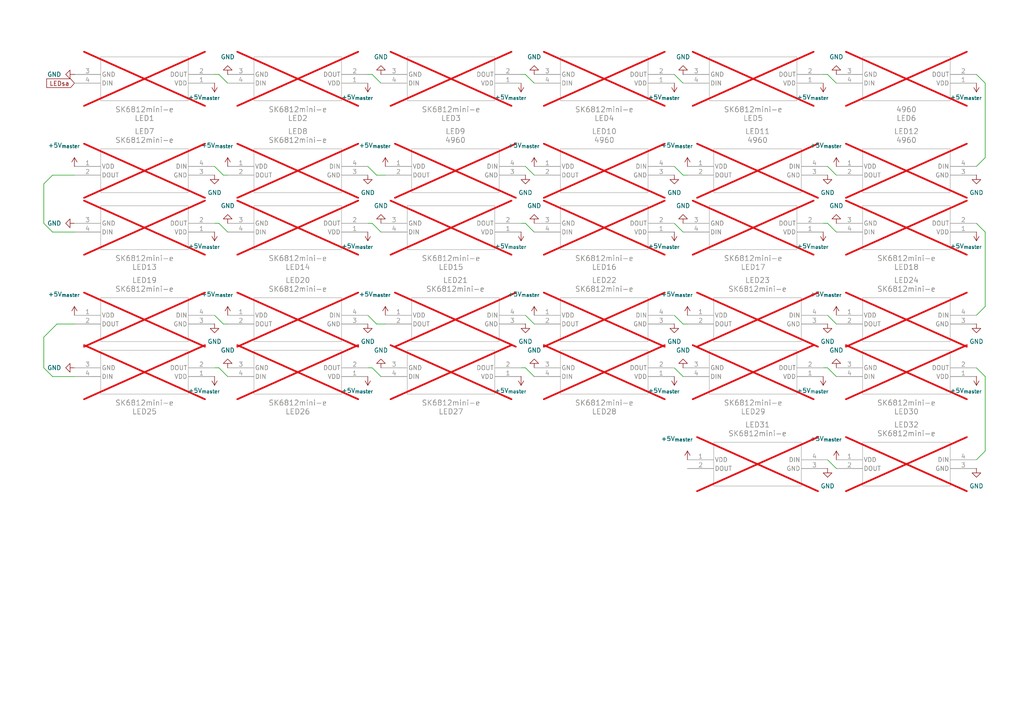
<source format=kicad_sch>
(kicad_sch (version 20250114) (generator "eeschema") (generator_version "9.0")
  (paper "A4")
  (lib_symbols
    (symbol "leds:4960" (pin_names (offset 0.254))
      (property "Reference" "LED" (at 20.32 10.16 0))
      (property "Value" "4960" (at 20.32 7.62 0))
      (symbol "4960_0_1"
        (polyline (pts (xy 7.62 5.08) (xy 7.62 -7.62)) (stroke (width 0.127)))
        (polyline (pts (xy 7.62 -7.62) (xy 33.02 -7.62)) (stroke (width 0.127)))
        (polyline (pts (xy 33.02 5.08) (xy 7.62 5.08)) (stroke (width 0.127)))
        (polyline (pts (xy 33.02 -7.62) (xy 33.02 5.08)) (stroke (width 0.127)))
        (pin power_in line (at 0 0 0) (length 7.62) (name "VDD") (number "1"))
        (pin output line (at 0 -2.54 0) (length 7.62) (name "DOUT") (number "2"))
        (pin input line (at 40.64 0 180) (length 7.62) (name "DIN") (number "4"))
        (pin power_out line (at 40.64 -2.54 180) (length 7.62) (name "GND") (number "3"))
      )
    )
    (symbol "power:+5V" (power) (pin_numbers (hide yes)) (pin_names (offset 0) (hide yes))
      (property "Value" "+5V" (at 0 3.556 0))
      (symbol "+5V_0_1"
        (polyline (pts (xy -0.762 1.27) (xy 0 2.54)))
        (polyline (pts (xy 0 2.54) (xy 0.762 1.27)))
        (polyline (pts (xy 0 0) (xy 0 2.54)))
      )
      (symbol "+5V_1_1"
        (pin power_in line (at 0 0 90) (length 0) (name "~") (number "1"))
      )
    )
    (symbol "power:GND" (power) (pin_numbers (hide yes)) (pin_names (offset 0) (hide yes))
      (property "Value" "GND" (at 0 -3.81 0))
      (symbol "GND_0_1"
        (polyline (pts (xy 0 0) (xy 0 -1.27) (xy 1.27 -1.27) (xy 0 -2.54) (xy -1.27 -1.27) (xy 0 -1.27)))
      )
      (symbol "GND_1_1"
        (pin power_in line (at 0 0 270) (length 0) (name "~") (number "1"))
      )
    )
  )
  (wire (pts (xy 15.24 50.8) (xy 12.7 53.34)))
  (wire (pts (xy 66.04 50.8) (xy 64.77 50.8)))
  (wire (pts (xy 195.58 64.77) (xy 198.12 67.31)))
  (wire (pts (xy 12.7 53.34) (xy 12.7 64.77)))
  (wire (pts (xy 63.5 64.77) (xy 66.04 67.31)))
  (wire (pts (xy 285.75 130.81) (xy 283.21 133.35)))
  (wire (pts (xy 12.7 106.68) (xy 15.24 109.22)))
  (wire (pts (xy 240.03 64.77) (xy 242.57 67.31)))
  (wire (pts (xy 285.75 109.22) (xy 285.75 130.81)))
  (wire (pts (xy 151.13 21.59) (xy 152.4 21.59)))
  (wire (pts (xy 238.76 64.77) (xy 240.03 64.77)))
  (wire (pts (xy 285.75 88.9) (xy 283.21 91.44)))
  (wire (pts (xy 152.4 64.77) (xy 154.94 67.31)))
  (wire (pts (xy 106.68 48.26) (xy 109.22 50.8)))
  (wire (pts (xy 242.57 50.8) (xy 240.03 48.26)))
  (wire (pts (xy 151.13 106.68) (xy 152.4 106.68)))
  (wire (pts (xy 64.77 50.8) (xy 62.23 48.26)))
  (wire (pts (xy 152.4 21.59) (xy 154.94 24.13)))
  (wire (pts (xy 66.04 93.98) (xy 64.77 93.98)))
  (wire (pts (xy 240.03 21.59) (xy 242.57 24.13)))
  (wire (pts (xy 285.75 24.13) (xy 285.75 45.72)))
  (wire (pts (xy 107.95 64.77) (xy 110.49 67.31)))
  (wire (pts (xy 62.23 106.68) (xy 63.5 106.68)))
  (wire (pts (xy 62.23 64.77) (xy 63.5 64.77)))
  (wire (pts (xy 106.68 91.44) (xy 109.22 93.98)))
  (wire (pts (xy 62.23 21.59) (xy 63.5 21.59)))
  (wire (pts (xy 242.57 135.89) (xy 240.03 133.35)))
  (wire (pts (xy 151.13 64.77) (xy 152.4 64.77)))
  (wire (pts (xy 154.94 93.98) (xy 152.4 91.44)))
  (wire (pts (xy 106.68 21.59) (xy 107.95 21.59)))
  (wire (pts (xy 21.59 93.98) (xy 16.51 93.98)))
  (wire (pts (xy 238.76 106.68) (xy 240.03 106.68)))
  (wire (pts (xy 21.59 50.8) (xy 15.24 50.8)))
  (wire (pts (xy 15.24 109.22) (xy 21.59 109.22)))
  (wire (pts (xy 152.4 106.68) (xy 154.94 109.22)))
  (wire (pts (xy 12.7 97.79) (xy 12.7 106.68)))
  (wire (pts (xy 63.5 21.59) (xy 66.04 24.13)))
  (wire (pts (xy 238.76 21.59) (xy 240.03 21.59)))
  (wire (pts (xy 198.12 93.98) (xy 195.58 91.44)))
  (wire (pts (xy 63.5 106.68) (xy 66.04 109.22)))
  (wire (pts (xy 283.21 21.59) (xy 285.75 24.13)))
  (wire (pts (xy 106.68 64.77) (xy 107.95 64.77)))
  (wire (pts (xy 195.58 106.68) (xy 198.12 109.22)))
  (wire (pts (xy 107.95 106.68) (xy 110.49 109.22)))
  (wire (pts (xy 240.03 106.68) (xy 242.57 109.22)))
  (wire (pts (xy 16.51 93.98) (xy 12.7 97.79)))
  (wire (pts (xy 15.24 67.31) (xy 21.59 67.31)))
  (wire (pts (xy 111.76 50.8) (xy 109.22 50.8)))
  (wire (pts (xy 285.75 67.31) (xy 285.75 88.9)))
  (wire (pts (xy 283.21 64.77) (xy 285.75 67.31)))
  (wire (pts (xy 199.39 50.8) (xy 198.12 50.8)))
  (wire (pts (xy 107.95 21.59) (xy 110.49 24.13)))
  (wire (pts (xy 199.39 93.98) (xy 198.12 93.98)))
  (wire (pts (xy 242.57 93.98) (xy 240.03 91.44)))
  (wire (pts (xy 283.21 106.68) (xy 285.75 109.22)))
  (wire (pts (xy 195.58 21.59) (xy 198.12 24.13)))
  (wire (pts (xy 154.94 50.8) (xy 152.4 48.26)))
  (wire (pts (xy 106.68 106.68) (xy 107.95 106.68)))
  (wire (pts (xy 64.77 93.98) (xy 62.23 91.44)))
  (wire (pts (xy 285.75 45.72) (xy 283.21 48.26)))
  (wire (pts (xy 12.7 64.77) (xy 15.24 67.31)))
  (wire (pts (xy 111.76 93.98) (xy 109.22 93.98)))
  (wire (pts (xy 198.12 50.8) (xy 195.58 48.26)))
  (global_label "LEDsa" (shape input) (at 21.59 24.13 180) (property "Intersheetrefs" "${INTERSHEET_REFS}" (effects (hide yes))))
  (symbol (lib_id "power:GND") (at 110.49 64.77 180) (unit 1)
    (property "Reference" "#PWR094" (effects (hide yes)))
    (property "Value" "GND" (at 110.49 59.69 0))
    (property "Description" "Power symbol creates a global label with name \"GND\" , ground" (effects (hide yes)))
  )
  (symbol (lib_id "leds:4960") (at 106.68 24.13 180) (unit 1) (dnp yes)
    (property "Reference" "LED2" (at 86.36 34.29 0) (effects (font (size 1.524 1.524))))
    (property "Value" "SK6812mini-e" (at 86.36 31.75 0) (effects (font (size 1.524 1.524))))
    (property "Footprint" "easyeda2kicad:LED-SMD_L3.2-W2.8-LS5.9_SK6812MINI-E" (effects (hide yes)))
    (property "Datasheet" "4960" (effects (hide yes)))
  )
  (symbol (lib_id "leds:4960") (at 199.39 48.26 0) (unit 1) (dnp yes)
    (property "Reference" "LED11" (at 219.71 38.1 0) (effects (font (size 1.524 1.524))))
    (property "Value" "4960" (at 219.71 40.64 0) (effects (font (size 1.524 1.524))))
    (property "Footprint" "easyeda2kicad:LED-SMD_L3.2-W2.8-LS5.9_SK6812MINI-E" (effects (hide yes)))
    (property "Datasheet" "4960" (effects (hide yes)))
  )
  (symbol (lib_id "power:GND") (at 110.49 21.59 180) (unit 1)
    (property "Reference" "#PWR070" (effects (hide yes)))
    (property "Value" "GND" (at 110.49 16.51 0))
    (property "Description" "Power symbol creates a global label with name \"GND\" , ground" (effects (hide yes)))
  )
  (symbol (lib_id "leds:4960") (at 195.58 24.13 180) (unit 1) (dnp yes)
    (property "Reference" "LED4" (at 175.26 34.29 0) (effects (font (size 1.524 1.524))))
    (property "Value" "SK6812mini-e" (at 175.26 31.75 0) (effects (font (size 1.524 1.524))))
    (property "Footprint" "easyeda2kicad:LED-SMD_L3.2-W2.8-LS5.9_SK6812MINI-E" (effects (hide yes)))
    (property "Datasheet" "4960" (effects (hide yes)))
  )
  (symbol (lib_id "leds:4960") (at 154.94 91.44 0) (unit 1) (dnp yes)
    (property "Reference" "LED22" (at 175.26 81.28 0) (effects (font (size 1.524 1.524))))
    (property "Value" "SK6812mini-e" (at 175.26 83.82 0) (effects (font (size 1.524 1.524))))
    (property "Footprint" "easyeda2kicad:LED-SMD_L3.2-W2.8-LS5.9_SK6812MINI-E" (effects (hide yes)))
    (property "Datasheet" "4960" (effects (hide yes)))
  )
  (symbol (lib_id "power:GND") (at 195.58 93.98 0) (unit 1)
    (property "Reference" "#PWR0113" (effects (hide yes)))
    (property "Value" "GND" (at 195.58 99.06 0))
    (property "Description" "Power symbol creates a global label with name \"GND\" , ground" (effects (hide yes)))
  )
  (symbol (lib_id "power:+5V") (at 111.76 91.44 0) (unit 1)
    (property "Reference" "#PWR0106" (effects (hide yes)))
    (property "Value" "+5V_{master}" (at 108.712 85.344 0))
    (property "Description" "Power symbol creates a global label with name \"+5V\"" (effects (hide yes)))
  )
  (symbol (lib_id "power:GND") (at 283.21 93.98 0) (unit 1)
    (property "Reference" "#PWR0115" (effects (hide yes)))
    (property "Value" "GND" (at 283.21 99.06 0))
    (property "Description" "Power symbol creates a global label with name \"GND\" , ground" (effects (hide yes)))
  )
  (symbol (lib_id "leds:4960") (at 62.23 67.31 180) (unit 1) (dnp yes)
    (property "Reference" "LED13" (at 41.91 77.47 0) (effects (font (size 1.524 1.524))))
    (property "Value" "SK6812mini-e" (at 41.91 74.93 0) (effects (font (size 1.524 1.524))))
    (property "Footprint" "easyeda2kicad:LED-SMD_L3.2-W2.8-LS5.9_SK6812MINI-E" (effects (hide yes)))
    (property "Datasheet" "4960" (effects (hide yes)))
  )
  (symbol (lib_id "leds:4960") (at 106.68 67.31 180) (unit 1) (dnp yes)
    (property "Reference" "LED14" (at 86.36 77.47 0) (effects (font (size 1.524 1.524))))
    (property "Value" "SK6812mini-e" (at 86.36 74.93 0) (effects (font (size 1.524 1.524))))
    (property "Footprint" "easyeda2kicad:LED-SMD_L3.2-W2.8-LS5.9_SK6812MINI-E" (effects (hide yes)))
    (property "Datasheet" "4960" (effects (hide yes)))
  )
  (symbol (lib_id "power:GND") (at 152.4 93.98 0) (unit 1)
    (property "Reference" "#PWR0112" (effects (hide yes)))
    (property "Value" "GND" (at 152.4 99.06 0))
    (property "Description" "Power symbol creates a global label with name \"GND\" , ground" (effects (hide yes)))
  )
  (symbol (lib_id "power:GND") (at 283.21 50.8 0) (unit 1)
    (property "Reference" "#PWR091" (effects (hide yes)))
    (property "Value" "GND" (at 283.21 55.88 0))
    (property "Description" "Power symbol creates a global label with name \"GND\" , ground" (effects (hide yes)))
  )
  (symbol (lib_id "power:GND") (at 106.68 93.98 0) (unit 1)
    (property "Reference" "#PWR0111" (effects (hide yes)))
    (property "Value" "GND" (at 106.68 99.06 0))
    (property "Description" "Power symbol creates a global label with name \"GND\" , ground" (effects (hide yes)))
  )
  (symbol (lib_id "leds:4960") (at 238.76 109.22 180) (unit 1) (dnp yes)
    (property "Reference" "LED29" (at 218.44 119.38 0) (effects (font (size 1.524 1.524))))
    (property "Value" "SK6812mini-e" (at 218.44 116.84 0) (effects (font (size 1.524 1.524))))
    (property "Footprint" "easyeda2kicad:LED-SMD_L3.2-W2.8-LS5.9_SK6812MINI-E" (effects (hide yes)))
    (property "Datasheet" "4960" (effects (hide yes)))
  )
  (symbol (lib_id "leds:4960") (at 106.68 109.22 180) (unit 1) (dnp yes)
    (property "Reference" "LED26" (at 86.36 119.38 0) (effects (font (size 1.524 1.524))))
    (property "Value" "SK6812mini-e" (at 86.36 116.84 0) (effects (font (size 1.524 1.524))))
    (property "Footprint" "easyeda2kicad:LED-SMD_L3.2-W2.8-LS5.9_SK6812MINI-E" (effects (hide yes)))
    (property "Datasheet" "4960" (effects (hide yes)))
  )
  (symbol (lib_id "power:GND") (at 240.03 50.8 0) (unit 1)
    (property "Reference" "#PWR090" (effects (hide yes)))
    (property "Value" "GND" (at 240.03 55.88 0))
    (property "Description" "Power symbol creates a global label with name \"GND\" , ground" (effects (hide yes)))
  )
  (symbol (lib_id "power:GND") (at 195.58 50.8 0) (unit 1)
    (property "Reference" "#PWR089" (effects (hide yes)))
    (property "Value" "GND" (at 195.58 55.88 0))
    (property "Description" "Power symbol creates a global label with name \"GND\" , ground" (effects (hide yes)))
  )
  (symbol (lib_id "power:+5V") (at 151.13 24.13 180) (unit 1)
    (property "Reference" "#PWR076" (effects (hide yes)))
    (property "Value" "+5V_{master}" (at 148.082 28.194 0))
    (property "Description" "Power symbol creates a global label with name \"+5V\"" (effects (hide yes)))
  )
  (symbol (lib_id "power:GND") (at 242.57 21.59 180) (unit 1)
    (property "Reference" "#PWR073" (effects (hide yes)))
    (property "Value" "GND" (at 242.57 16.51 0))
    (property "Description" "Power symbol creates a global label with name \"GND\" , ground" (effects (hide yes)))
  )
  (symbol (lib_id "power:GND") (at 240.03 93.98 0) (unit 1)
    (property "Reference" "#PWR0114" (effects (hide yes)))
    (property "Value" "GND" (at 240.03 99.06 0))
    (property "Description" "Power symbol creates a global label with name \"GND\" , ground" (effects (hide yes)))
  )
  (symbol (lib_id "power:+5V") (at 195.58 109.22 180) (unit 1)
    (property "Reference" "#PWR0125" (effects (hide yes)))
    (property "Value" "+5V_{master}" (at 192.532 113.284 0))
    (property "Description" "Power symbol creates a global label with name \"+5V\"" (effects (hide yes)))
  )
  (symbol (lib_id "leds:4960") (at 283.21 109.22 180) (unit 1) (dnp yes)
    (property "Reference" "LED30" (at 262.89 119.38 0) (effects (font (size 1.524 1.524))))
    (property "Value" "SK6812mini-e" (at 262.89 116.84 0) (effects (font (size 1.524 1.524))))
    (property "Footprint" "easyeda2kicad:LED-SMD_L3.2-W2.8-LS5.9_SK6812MINI-E" (effects (hide yes)))
    (property "Datasheet" "4960" (effects (hide yes)))
  )
  (symbol (lib_id "power:GND") (at 152.4 50.8 0) (unit 1)
    (property "Reference" "#PWR088" (effects (hide yes)))
    (property "Value" "GND" (at 152.4 55.88 0))
    (property "Description" "Power symbol creates a global label with name \"GND\" , ground" (effects (hide yes)))
  )
  (symbol (lib_id "leds:4960") (at 154.94 48.26 0) (unit 1) (dnp yes)
    (property "Reference" "LED10" (at 175.26 38.1 0) (effects (font (size 1.524 1.524))))
    (property "Value" "4960" (at 175.26 40.64 0) (effects (font (size 1.524 1.524))))
    (property "Footprint" "easyeda2kicad:LED-SMD_L3.2-W2.8-LS5.9_SK6812MINI-E" (effects (hide yes)))
    (property "Datasheet" "4960" (effects (hide yes)))
  )
  (symbol (lib_id "leds:4960") (at 66.04 48.26 0) (unit 1) (dnp yes)
    (property "Reference" "LED8" (at 86.36 38.1 0) (effects (font (size 1.524 1.524))))
    (property "Value" "SK6812mini-e" (at 86.36 40.64 0) (effects (font (size 1.524 1.524))))
    (property "Footprint" "easyeda2kicad:LED-SMD_L3.2-W2.8-LS5.9_SK6812MINI-E" (effects (hide yes)))
    (property "Datasheet" "4960" (effects (hide yes)))
  )
  (symbol (lib_id "power:GND") (at 62.23 50.8 0) (unit 1)
    (property "Reference" "#PWR086" (effects (hide yes)))
    (property "Value" "GND" (at 62.23 55.88 0))
    (property "Description" "Power symbol creates a global label with name \"GND\" , ground" (effects (hide yes)))
  )
  (symbol (lib_id "power:+5V") (at 283.21 24.13 180) (unit 1)
    (property "Reference" "#PWR079" (effects (hide yes)))
    (property "Value" "+5V_{master}" (at 280.162 28.194 0))
    (property "Description" "Power symbol creates a global label with name \"+5V\"" (effects (hide yes)))
  )
  (symbol (lib_id "leds:4960") (at 242.57 48.26 0) (unit 1) (dnp yes)
    (property "Reference" "LED12" (at 262.89 38.1 0) (effects (font (size 1.524 1.524))))
    (property "Value" "4960" (at 262.89 40.64 0) (effects (font (size 1.524 1.524))))
    (property "Footprint" "easyeda2kicad:LED-SMD_L3.2-W2.8-LS5.9_SK6812MINI-E" (effects (hide yes)))
    (property "Datasheet" "4960" (effects (hide yes)))
  )
  (symbol (lib_id "leds:4960") (at 199.39 91.44 0) (unit 1) (dnp yes)
    (property "Reference" "LED23" (at 219.71 81.28 0) (effects (font (size 1.524 1.524))))
    (property "Value" "SK6812mini-e" (at 219.71 83.82 0) (effects (font (size 1.524 1.524))))
    (property "Footprint" "easyeda2kicad:LED-SMD_L3.2-W2.8-LS5.9_SK6812MINI-E" (effects (hide yes)))
    (property "Datasheet" "4960" (effects (hide yes)))
  )
  (symbol (lib_id "power:GND") (at 198.12 21.59 180) (unit 1)
    (property "Reference" "#PWR072" (effects (hide yes)))
    (property "Value" "GND" (at 198.12 16.51 0))
    (property "Description" "Power symbol creates a global label with name \"GND\" , ground" (effects (hide yes)))
  )
  (symbol (lib_id "leds:4960") (at 151.13 109.22 180) (unit 1) (dnp yes)
    (property "Reference" "LED27" (at 130.81 119.38 0) (effects (font (size 1.524 1.524))))
    (property "Value" "SK6812mini-e" (at 130.81 116.84 0) (effects (font (size 1.524 1.524))))
    (property "Footprint" "easyeda2kicad:LED-SMD_L3.2-W2.8-LS5.9_SK6812MINI-E" (effects (hide yes)))
    (property "Datasheet" "4960" (effects (hide yes)))
  )
  (symbol (lib_id "power:GND") (at 242.57 106.68 180) (unit 1)
    (property "Reference" "#PWR0121" (effects (hide yes)))
    (property "Value" "GND" (at 242.57 101.6 0))
    (property "Description" "Power symbol creates a global label with name \"GND\" , ground" (effects (hide yes)))
  )
  (symbol (lib_id "power:+5V") (at 111.76 48.26 0) (unit 1)
    (property "Reference" "#PWR082" (effects (hide yes)))
    (property "Value" "+5V_{master}" (at 108.712 42.164 0))
    (property "Description" "Power symbol creates a global label with name \"+5V\"" (effects (hide yes)))
  )
  (symbol (lib_id "power:+5V") (at 283.21 67.31 180) (unit 1)
    (property "Reference" "#PWR0103" (effects (hide yes)))
    (property "Value" "+5V_{master}" (at 280.162 71.374 0))
    (property "Description" "Power symbol creates a global label with name \"+5V\"" (effects (hide yes)))
  )
  (symbol (lib_id "power:GND") (at 21.59 21.59 270) (unit 1)
    (property "Reference" "#PWR068" (effects (hide yes)))
    (property "Value" "GND" (at 17.78 21.5901 90) (effects (justify right)))
    (property "Description" "Power symbol creates a global label with name \"GND\" , ground" (effects (hide yes)))
  )
  (symbol (lib_id "power:+5V") (at 106.68 24.13 180) (unit 1)
    (property "Reference" "#PWR075" (effects (hide yes)))
    (property "Value" "+5V_{master}" (at 103.632 28.194 0))
    (property "Description" "Power symbol creates a global label with name \"+5V\"" (effects (hide yes)))
  )
  (symbol (lib_id "power:+5V") (at 199.39 133.35 0) (unit 1)
    (property "Reference" "#PWR0128" (effects (hide yes)))
    (property "Value" "+5V_{master}" (at 196.342 127.254 0))
    (property "Description" "Power symbol creates a global label with name \"+5V\"" (effects (hide yes)))
  )
  (symbol (lib_id "power:+5V") (at 199.39 48.26 0) (unit 1)
    (property "Reference" "#PWR084" (effects (hide yes)))
    (property "Value" "+5V_{master}" (at 196.342 42.164 0))
    (property "Description" "Power symbol creates a global label with name \"+5V\"" (effects (hide yes)))
  )
  (symbol (lib_id "power:GND") (at 66.04 64.77 180) (unit 1)
    (property "Reference" "#PWR093" (effects (hide yes)))
    (property "Value" "GND" (at 66.04 59.69 0))
    (property "Description" "Power symbol creates a global label with name \"GND\" , ground" (effects (hide yes)))
  )
  (symbol (lib_id "power:+5V") (at 66.04 91.44 0) (unit 1)
    (property "Reference" "#PWR0105" (effects (hide yes)))
    (property "Value" "+5V_{master}" (at 62.992 85.344 0))
    (property "Description" "Power symbol creates a global label with name \"+5V\"" (effects (hide yes)))
  )
  (symbol (lib_id "leds:4960") (at 111.76 48.26 0) (unit 1) (dnp yes)
    (property "Reference" "LED9" (at 132.08 38.1 0) (effects (font (size 1.524 1.524))))
    (property "Value" "4960" (at 132.08 40.64 0) (effects (font (size 1.524 1.524))))
    (property "Footprint" "easyeda2kicad:LED-SMD_L3.2-W2.8-LS5.9_SK6812MINI-E" (effects (hide yes)))
    (property "Datasheet" "4960" (effects (hide yes)))
  )
  (symbol (lib_id "leds:4960") (at 21.59 91.44 0) (unit 1) (dnp yes)
    (property "Reference" "LED19" (at 41.91 81.28 0) (effects (font (size 1.524 1.524))))
    (property "Value" "SK6812mini-e" (at 41.91 83.82 0) (effects (font (size 1.524 1.524))))
    (property "Footprint" "easyeda2kicad:LED-SMD_L3.2-W2.8-LS5.9_SK6812MINI-E" (effects (hide yes)))
    (property "Datasheet" "4960" (effects (hide yes)))
  )
  (symbol (lib_id "power:GND") (at 154.94 64.77 180) (unit 1)
    (property "Reference" "#PWR095" (effects (hide yes)))
    (property "Value" "GND" (at 154.94 59.69 0))
    (property "Description" "Power symbol creates a global label with name \"GND\" , ground" (effects (hide yes)))
  )
  (symbol (lib_id "leds:4960") (at 283.21 24.13 180) (unit 1) (dnp yes)
    (property "Reference" "LED6" (at 262.89 34.29 0) (effects (font (size 1.524 1.524))))
    (property "Value" "4960" (at 262.89 31.75 0) (effects (font (size 1.524 1.524))))
    (property "Footprint" "easyeda2kicad:LED-SMD_L3.2-W2.8-LS5.9_SK6812MINI-E" (effects (hide yes)))
    (property "Datasheet" "4960" (effects (hide yes)))
  )
  (symbol (lib_id "leds:4960") (at 238.76 24.13 180) (unit 1) (dnp yes)
    (property "Reference" "LED5" (at 218.44 34.29 0) (effects (font (size 1.524 1.524))))
    (property "Value" "SK6812mini-e" (at 218.44 31.75 0) (effects (font (size 1.524 1.524))))
    (property "Footprint" "easyeda2kicad:LED-SMD_L3.2-W2.8-LS5.9_SK6812MINI-E" (effects (hide yes)))
    (property "Datasheet" "4960" (effects (hide yes)))
  )
  (symbol (lib_id "power:GND") (at 21.59 106.68 270) (unit 1)
    (property "Reference" "#PWR0116" (effects (hide yes)))
    (property "Value" "GND" (at 17.78 106.6801 90) (effects (justify right)))
    (property "Description" "Power symbol creates a global label with name \"GND\" , ground" (effects (hide yes)))
  )
  (symbol (lib_id "power:GND") (at 66.04 106.68 180) (unit 1)
    (property "Reference" "#PWR0117" (effects (hide yes)))
    (property "Value" "GND" (at 66.04 101.6 0))
    (property "Description" "Power symbol creates a global label with name \"GND\" , ground" (effects (hide yes)))
  )
  (symbol (lib_id "power:+5V") (at 106.68 67.31 180) (unit 1)
    (property "Reference" "#PWR099" (effects (hide yes)))
    (property "Value" "+5V_{master}" (at 103.632 71.374 0))
    (property "Description" "Power symbol creates a global label with name \"+5V\"" (effects (hide yes)))
  )
  (symbol (lib_id "leds:4960") (at 151.13 24.13 180) (unit 1) (dnp yes)
    (property "Reference" "LED3" (at 130.81 34.29 0) (effects (font (size 1.524 1.524))))
    (property "Value" "SK6812mini-e" (at 130.81 31.75 0) (effects (font (size 1.524 1.524))))
    (property "Footprint" "easyeda2kicad:LED-SMD_L3.2-W2.8-LS5.9_SK6812MINI-E" (effects (hide yes)))
    (property "Datasheet" "4960" (effects (hide yes)))
  )
  (symbol (lib_id "power:+5V") (at 21.59 48.26 0) (unit 1)
    (property "Reference" "#PWR080" (effects (hide yes)))
    (property "Value" "+5V_{master}" (at 18.542 42.164 0))
    (property "Description" "Power symbol creates a global label with name \"+5V\"" (effects (hide yes)))
  )
  (symbol (lib_id "power:GND") (at 198.12 64.77 180) (unit 1)
    (property "Reference" "#PWR096" (effects (hide yes)))
    (property "Value" "GND" (at 198.12 59.69 0))
    (property "Description" "Power symbol creates a global label with name \"GND\" , ground" (effects (hide yes)))
  )
  (symbol (lib_id "leds:4960") (at 238.76 67.31 180) (unit 1) (dnp yes)
    (property "Reference" "LED17" (at 218.44 77.47 0) (effects (font (size 1.524 1.524))))
    (property "Value" "SK6812mini-e" (at 218.44 74.93 0) (effects (font (size 1.524 1.524))))
    (property "Footprint" "easyeda2kicad:LED-SMD_L3.2-W2.8-LS5.9_SK6812MINI-E" (effects (hide yes)))
    (property "Datasheet" "4960" (effects (hide yes)))
  )
  (symbol (lib_id "leds:4960") (at 62.23 24.13 180) (unit 1) (dnp yes)
    (property "Reference" "LED1" (at 41.91 34.29 0) (effects (font (size 1.524 1.524))))
    (property "Value" "SK6812mini-e" (at 41.91 31.75 0) (effects (font (size 1.524 1.524))))
    (property "Footprint" "easyeda2kicad:LED-SMD_L3.2-W2.8-LS5.9_SK6812MINI-E" (effects (hide yes)))
    (property "Datasheet" "4960" (effects (hide yes)))
  )
  (symbol (lib_id "power:+5V") (at 195.58 67.31 180) (unit 1)
    (property "Reference" "#PWR0101" (effects (hide yes)))
    (property "Value" "+5V_{master}" (at 192.532 71.374 0))
    (property "Description" "Power symbol creates a global label with name \"+5V\"" (effects (hide yes)))
  )
  (symbol (lib_id "power:GND") (at 240.03 135.89 0) (unit 1)
    (property "Reference" "#PWR0130" (effects (hide yes)))
    (property "Value" "GND" (at 240.03 140.97 0))
    (property "Description" "Power symbol creates a global label with name \"GND\" , ground" (effects (hide yes)))
  )
  (symbol (lib_id "power:+5V") (at 238.76 109.22 180) (unit 1)
    (property "Reference" "#PWR0126" (effects (hide yes)))
    (property "Value" "+5V_{master}" (at 235.712 113.284 0))
    (property "Description" "Power symbol creates a global label with name \"+5V\"" (effects (hide yes)))
  )
  (symbol (lib_id "power:GND") (at 106.68 50.8 0) (unit 1)
    (property "Reference" "#PWR087" (effects (hide yes)))
    (property "Value" "GND" (at 106.68 55.88 0))
    (property "Description" "Power symbol creates a global label with name \"GND\" , ground" (effects (hide yes)))
  )
  (symbol (lib_id "power:+5V") (at 106.68 109.22 180) (unit 1)
    (property "Reference" "#PWR0123" (effects (hide yes)))
    (property "Value" "+5V_{master}" (at 103.632 113.284 0))
    (property "Description" "Power symbol creates a global label with name \"+5V\"" (effects (hide yes)))
  )
  (symbol (lib_id "leds:4960") (at 242.57 133.35 0) (unit 1) (dnp yes)
    (property "Reference" "LED32" (at 262.89 123.19 0) (effects (font (size 1.524 1.524))))
    (property "Value" "SK6812mini-e" (at 262.89 125.73 0) (effects (font (size 1.524 1.524))))
    (property "Footprint" "easyeda2kicad:LED-SMD_L3.2-W2.8-LS5.9_SK6812MINI-E" (effects (hide yes)))
    (property "Datasheet" "4960" (effects (hide yes)))
  )
  (symbol (lib_id "leds:4960") (at 66.04 91.44 0) (unit 1) (dnp yes)
    (property "Reference" "LED20" (at 86.36 81.28 0) (effects (font (size 1.524 1.524))))
    (property "Value" "SK6812mini-e" (at 86.36 83.82 0) (effects (font (size 1.524 1.524))))
    (property "Footprint" "easyeda2kicad:LED-SMD_L3.2-W2.8-LS5.9_SK6812MINI-E" (effects (hide yes)))
    (property "Datasheet" "4960" (effects (hide yes)))
  )
  (symbol (lib_id "power:+5V") (at 283.21 109.22 180) (unit 1)
    (property "Reference" "#PWR0127" (effects (hide yes)))
    (property "Value" "+5V_{master}" (at 280.162 113.284 0))
    (property "Description" "Power symbol creates a global label with name \"+5V\"" (effects (hide yes)))
  )
  (symbol (lib_id "power:+5V") (at 151.13 67.31 180) (unit 1)
    (property "Reference" "#PWR0100" (effects (hide yes)))
    (property "Value" "+5V_{master}" (at 148.082 71.374 0))
    (property "Description" "Power symbol creates a global label with name \"+5V\"" (effects (hide yes)))
  )
  (symbol (lib_id "power:GND") (at 21.59 64.77 270) (unit 1)
    (property "Reference" "#PWR092" (effects (hide yes)))
    (property "Value" "GND" (at 17.78 64.7701 90) (effects (justify right)))
    (property "Description" "Power symbol creates a global label with name \"GND\" , ground" (effects (hide yes)))
  )
  (symbol (lib_id "power:+5V") (at 151.13 109.22 180) (unit 1)
    (property "Reference" "#PWR0124" (effects (hide yes)))
    (property "Value" "+5V_{master}" (at 148.082 113.284 0))
    (property "Description" "Power symbol creates a global label with name \"+5V\"" (effects (hide yes)))
  )
  (symbol (lib_id "leds:4960") (at 62.23 109.22 180) (unit 1) (dnp yes)
    (property "Reference" "LED25" (at 41.91 119.38 0) (effects (font (size 1.524 1.524))))
    (property "Value" "SK6812mini-e" (at 41.91 116.84 0) (effects (font (size 1.524 1.524))))
    (property "Footprint" "easyeda2kicad:LED-SMD_L3.2-W2.8-LS5.9_SK6812MINI-E" (effects (hide yes)))
    (property "Datasheet" "4960" (effects (hide yes)))
  )
  (symbol (lib_id "power:+5V") (at 62.23 109.22 180) (unit 1)
    (property "Reference" "#PWR0122" (effects (hide yes)))
    (property "Value" "+5V_{master}" (at 59.182 113.284 0))
    (property "Description" "Power symbol creates a global label with name \"+5V\"" (effects (hide yes)))
  )
  (symbol (lib_id "power:+5V") (at 242.57 91.44 0) (unit 1)
    (property "Reference" "#PWR0109" (effects (hide yes)))
    (property "Value" "+5V_{master}" (at 239.522 85.344 0))
    (property "Description" "Power symbol creates a global label with name \"+5V\"" (effects (hide yes)))
  )
  (symbol (lib_id "power:+5V") (at 154.94 91.44 0) (unit 1)
    (property "Reference" "#PWR0107" (effects (hide yes)))
    (property "Value" "+5V_{master}" (at 151.892 85.344 0))
    (property "Description" "Power symbol creates a global label with name \"+5V\"" (effects (hide yes)))
  )
  (symbol (lib_id "power:GND") (at 66.04 21.59 180) (unit 1)
    (property "Reference" "#PWR069" (effects (hide yes)))
    (property "Value" "GND" (at 66.04 16.51 0))
    (property "Description" "Power symbol creates a global label with name \"GND\" , ground" (effects (hide yes)))
  )
  (symbol (lib_id "leds:4960") (at 199.39 133.35 0) (unit 1) (dnp yes)
    (property "Reference" "LED31" (at 219.71 123.19 0) (effects (font (size 1.524 1.524))))
    (property "Value" "SK6812mini-e" (at 219.71 125.73 0) (effects (font (size 1.524 1.524))))
    (property "Footprint" "easyeda2kicad:LED-SMD_L3.2-W2.8-LS5.9_SK6812MINI-E" (effects (hide yes)))
    (property "Datasheet" "4960" (effects (hide yes)))
  )
  (symbol (lib_id "leds:4960") (at 151.13 67.31 180) (unit 1) (dnp yes)
    (property "Reference" "LED15" (at 130.81 77.47 0) (effects (font (size 1.524 1.524))))
    (property "Value" "SK6812mini-e" (at 130.81 74.93 0) (effects (font (size 1.524 1.524))))
    (property "Footprint" "easyeda2kicad:LED-SMD_L3.2-W2.8-LS5.9_SK6812MINI-E" (effects (hide yes)))
    (property "Datasheet" "4960" (effects (hide yes)))
  )
  (symbol (lib_id "power:+5V") (at 195.58 24.13 180) (unit 1)
    (property "Reference" "#PWR077" (effects (hide yes)))
    (property "Value" "+5V_{master}" (at 192.532 28.194 0))
    (property "Description" "Power symbol creates a global label with name \"+5V\"" (effects (hide yes)))
  )
  (symbol (lib_id "power:+5V") (at 238.76 67.31 180) (unit 1)
    (property "Reference" "#PWR0102" (effects (hide yes)))
    (property "Value" "+5V_{master}" (at 235.712 71.374 0))
    (property "Description" "Power symbol creates a global label with name \"+5V\"" (effects (hide yes)))
  )
  (symbol (lib_id "power:+5V") (at 199.39 91.44 0) (unit 1)
    (property "Reference" "#PWR0108" (effects (hide yes)))
    (property "Value" "+5V_{master}" (at 196.342 85.344 0))
    (property "Description" "Power symbol creates a global label with name \"+5V\"" (effects (hide yes)))
  )
  (symbol (lib_id "leds:4960") (at 195.58 109.22 180) (unit 1) (dnp yes)
    (property "Reference" "LED28" (at 175.26 119.38 0) (effects (font (size 1.524 1.524))))
    (property "Value" "SK6812mini-e" (at 175.26 116.84 0) (effects (font (size 1.524 1.524))))
    (property "Footprint" "easyeda2kicad:LED-SMD_L3.2-W2.8-LS5.9_SK6812MINI-E" (effects (hide yes)))
    (property "Datasheet" "4960" (effects (hide yes)))
  )
  (symbol (lib_id "leds:4960") (at 242.57 91.44 0) (unit 1) (dnp yes)
    (property "Reference" "LED24" (at 262.89 81.28 0) (effects (font (size 1.524 1.524))))
    (property "Value" "SK6812mini-e" (at 262.89 83.82 0) (effects (font (size 1.524 1.524))))
    (property "Footprint" "easyeda2kicad:LED-SMD_L3.2-W2.8-LS5.9_SK6812MINI-E" (effects (hide yes)))
    (property "Datasheet" "4960" (effects (hide yes)))
  )
  (symbol (lib_id "power:GND") (at 154.94 21.59 180) (unit 1)
    (property "Reference" "#PWR071" (effects (hide yes)))
    (property "Value" "GND" (at 154.94 16.51 0))
    (property "Description" "Power symbol creates a global label with name \"GND\" , ground" (effects (hide yes)))
  )
  (symbol (lib_id "power:GND") (at 198.12 106.68 180) (unit 1)
    (property "Reference" "#PWR0120" (effects (hide yes)))
    (property "Value" "GND" (at 198.12 101.6 0))
    (property "Description" "Power symbol creates a global label with name \"GND\" , ground" (effects (hide yes)))
  )
  (symbol (lib_id "power:+5V") (at 62.23 24.13 180) (unit 1)
    (property "Reference" "#PWR074" (effects (hide yes)))
    (property "Value" "+5V_{master}" (at 59.182 28.194 0))
    (property "Description" "Power symbol creates a global label with name \"+5V\"" (effects (hide yes)))
  )
  (symbol (lib_id "power:GND") (at 110.49 106.68 180) (unit 1)
    (property "Reference" "#PWR0118" (effects (hide yes)))
    (property "Value" "GND" (at 110.49 101.6 0))
    (property "Description" "Power symbol creates a global label with name \"GND\" , ground" (effects (hide yes)))
  )
  (symbol (lib_id "power:+5V") (at 238.76 24.13 180) (unit 1)
    (property "Reference" "#PWR078" (effects (hide yes)))
    (property "Value" "+5V_{master}" (at 235.712 28.194 0))
    (property "Description" "Power symbol creates a global label with name \"+5V\"" (effects (hide yes)))
  )
  (symbol (lib_id "power:GND") (at 242.57 64.77 180) (unit 1)
    (property "Reference" "#PWR097" (effects (hide yes)))
    (property "Value" "GND" (at 242.57 59.69 0))
    (property "Description" "Power symbol creates a global label with name \"GND\" , ground" (effects (hide yes)))
  )
  (symbol (lib_id "power:+5V") (at 62.23 67.31 180) (unit 1)
    (property "Reference" "#PWR098" (effects (hide yes)))
    (property "Value" "+5V_{master}" (at 59.182 71.374 0))
    (property "Description" "Power symbol creates a global label with name \"+5V\"" (effects (hide yes)))
  )
  (symbol (lib_id "power:GND") (at 283.21 135.89 0) (unit 1)
    (property "Reference" "#PWR0131" (effects (hide yes)))
    (property "Value" "GND" (at 283.21 140.97 0))
    (property "Description" "Power symbol creates a global label with name \"GND\" , ground" (effects (hide yes)))
  )
  (symbol (lib_id "leds:4960") (at 111.76 91.44 0) (unit 1) (dnp yes)
    (property "Reference" "LED21" (at 132.08 81.28 0) (effects (font (size 1.524 1.524))))
    (property "Value" "SK6812mini-e" (at 132.08 83.82 0) (effects (font (size 1.524 1.524))))
    (property "Footprint" "easyeda2kicad:LED-SMD_L3.2-W2.8-LS5.9_SK6812MINI-E" (effects (hide yes)))
    (property "Datasheet" "4960" (effects (hide yes)))
  )
  (symbol (lib_id "leds:4960") (at 21.59 48.26 0) (unit 1) (dnp yes)
    (property "Reference" "LED7" (at 41.91 38.1 0) (effects (font (size 1.524 1.524))))
    (property "Value" "SK6812mini-e" (at 41.91 40.64 0) (effects (font (size 1.524 1.524))))
    (property "Footprint" "easyeda2kicad:LED-SMD_L3.2-W2.8-LS5.9_SK6812MINI-E" (effects (hide yes)))
    (property "Datasheet" "4960" (effects (hide yes)))
  )
  (symbol (lib_id "power:GND") (at 62.23 93.98 0) (unit 1)
    (property "Reference" "#PWR0110" (effects (hide yes)))
    (property "Value" "GND" (at 62.23 99.06 0))
    (property "Description" "Power symbol creates a global label with name \"GND\" , ground" (effects (hide yes)))
  )
  (symbol (lib_id "power:+5V") (at 21.59 91.44 0) (unit 1)
    (property "Reference" "#PWR0104" (effects (hide yes)))
    (property "Value" "+5V_{master}" (at 18.542 85.344 0))
    (property "Description" "Power symbol creates a global label with name \"+5V\"" (effects (hide yes)))
  )
  (symbol (lib_id "power:+5V") (at 242.57 48.26 0) (unit 1)
    (property "Reference" "#PWR085" (effects (hide yes)))
    (property "Value" "+5V_{master}" (at 239.522 42.164 0))
    (property "Description" "Power symbol creates a global label with name \"+5V\"" (effects (hide yes)))
  )
  (symbol (lib_id "power:+5V") (at 66.04 48.26 0) (unit 1)
    (property "Reference" "#PWR081" (effects (hide yes)))
    (property "Value" "+5V_{master}" (at 62.992 42.164 0))
    (property "Description" "Power symbol creates a global label with name \"+5V\"" (effects (hide yes)))
  )
  (symbol (lib_id "power:+5V") (at 154.94 48.26 0) (unit 1)
    (property "Reference" "#PWR083" (effects (hide yes)))
    (property "Value" "+5V_{master}" (at 151.892 42.164 0))
    (property "Description" "Power symbol creates a global label with name \"+5V\"" (effects (hide yes)))
  )
  (symbol (lib_id "leds:4960") (at 195.58 67.31 180) (unit 1) (dnp yes)
    (property "Reference" "LED16" (at 175.26 77.47 0) (effects (font (size 1.524 1.524))))
    (property "Value" "SK6812mini-e" (at 175.26 74.93 0) (effects (font (size 1.524 1.524))))
    (property "Footprint" "easyeda2kicad:LED-SMD_L3.2-W2.8-LS5.9_SK6812MINI-E" (effects (hide yes)))
    (property "Datasheet" "4960" (effects (hide yes)))
  )
  (symbol (lib_id "leds:4960") (at 283.21 67.31 180) (unit 1) (dnp yes)
    (property "Reference" "LED18" (at 262.89 77.47 0) (effects (font (size 1.524 1.524))))
    (property "Value" "SK6812mini-e" (at 262.89 74.93 0) (effects (font (size 1.524 1.524))))
    (property "Footprint" "easyeda2kicad:LED-SMD_L3.2-W2.8-LS5.9_SK6812MINI-E" (effects (hide yes)))
    (property "Datasheet" "4960" (effects (hide yes)))
  )
  (symbol (lib_id "power:+5V") (at 242.57 133.35 0) (unit 1)
    (property "Reference" "#PWR0129" (effects (hide yes)))
    (property "Value" "+5V_{master}" (at 239.522 127.254 0))
    (property "Description" "Power symbol creates a global label with name \"+5V\"" (effects (hide yes)))
  )
  (symbol (lib_id "power:GND") (at 154.94 106.68 180) (unit 1)
    (property "Reference" "#PWR0119" (effects (hide yes)))
    (property "Value" "GND" (at 154.94 101.6 0))
    (property "Description" "Power symbol creates a global label with name \"GND\" , ground" (effects (hide yes)))
  )
)
</source>
